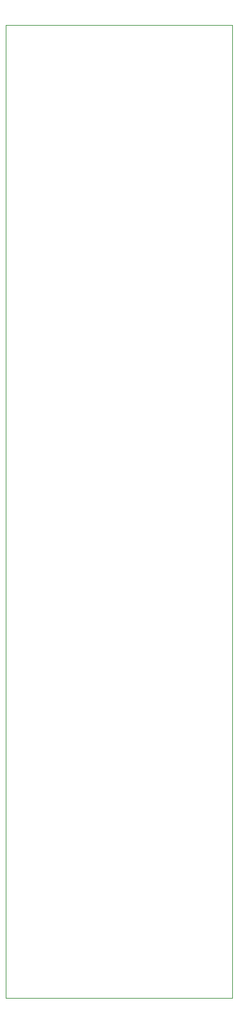
<source format=gbr>
%TF.GenerationSoftware,KiCad,Pcbnew,(5.99.0-10138-g1fe0c6d870)*%
%TF.CreationDate,2021-07-12T21:30:47+01:00*%
%TF.ProjectId,Hagiwo DCO Panel,48616769-776f-4204-9443-4f2050616e65,rev?*%
%TF.SameCoordinates,Original*%
%TF.FileFunction,Profile,NP*%
%FSLAX46Y46*%
G04 Gerber Fmt 4.6, Leading zero omitted, Abs format (unit mm)*
G04 Created by KiCad (PCBNEW (5.99.0-10138-g1fe0c6d870)) date 2021-07-12 21:30:47*
%MOMM*%
%LPD*%
G01*
G04 APERTURE LIST*
%TA.AperFunction,Profile*%
%ADD10C,0.100000*%
%TD*%
G04 APERTURE END LIST*
D10*
X125992500Y-34845625D02*
X155892500Y-34845625D01*
X155892500Y-34845625D02*
X155892500Y-163274375D01*
X155892500Y-163274375D02*
X125992500Y-163274375D01*
X125992500Y-163274375D02*
X125992500Y-34845625D01*
M02*

</source>
